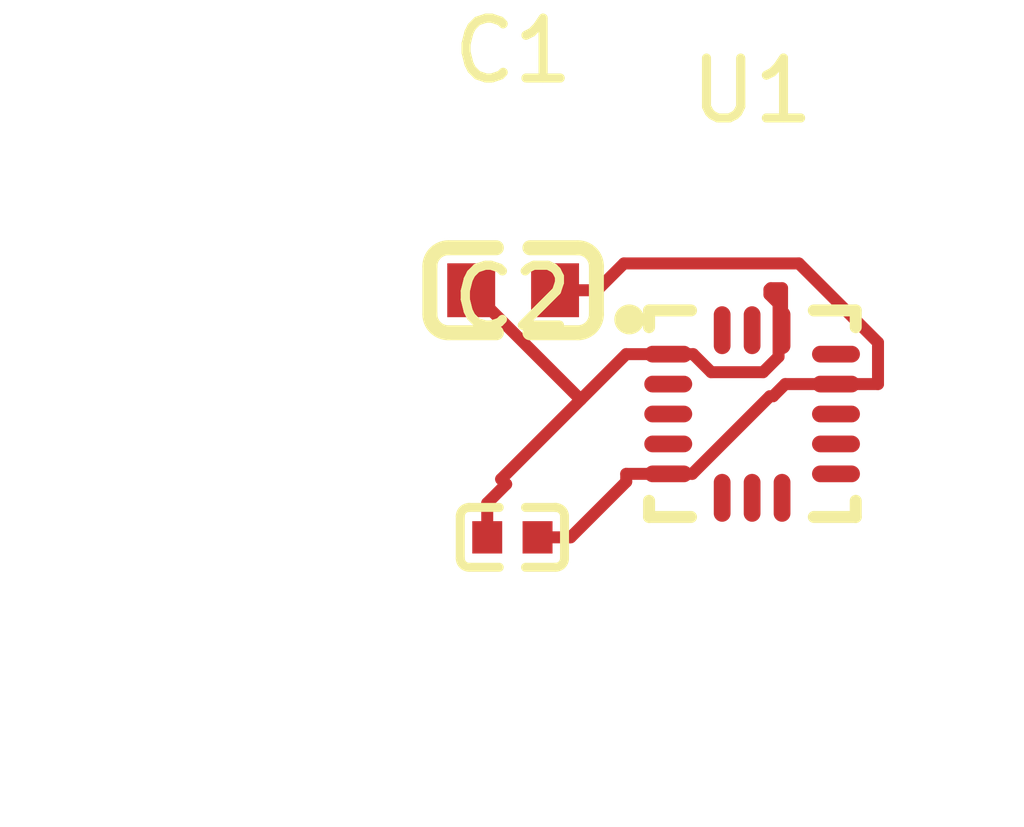
<source format=kicad_pcb>
(kicad_pcb (version 20241229) (generator "pcbnew") (generator_version "9.0")
  (layers (0 "F.Cu" signal) (2 "B.Cu" signal) (13 "F.Paste" user) (15 "B.Paste" user) (5 "F.SilkS" user "F.Silkscreen") (7 "B.SilkS" user "B.Silkscreen") (1 "F.Mask" user) (3 "B.Mask" user) (25 "Edge.Cuts" user))
  (net 0 "")
  (net 1 "i2c_scl")
  (net 2 "footprint-net-0")
  (net 3 "int2")
  (net 4 "i2c_sda")
  (net 5 "int1")
  (net 6 "ADC2")
  (net 7 "sa0")
  (net 8 "gnd")
  (net 9 "ADC1")
  (net 10 "CS")
  (net 11 "footprint-net-1")
  (net 12 "RES")
  (net 13 "ADC3")
  (net 14 "vcc")
  (footprint "Samsung_Electro_Mechanics_CL05B104KO5NNNC:C0402" (layer "F.Cu") (at 108.6747 107.5734)
    (property "Reference" "C2" (at 0 -4 0) (layer "F.SilkS"))
    (property "Value" "100nF ±10% 16V X7R")
    (fp_line (start -0.87 0.35) (end -0.87 -0.35) (stroke (width 0.15)) (layer "F.SilkS"))
    (fp_line (start -0.72 -0.5) (end -0.22 -0.5) (stroke (width 0.15)) (layer "F.SilkS"))
    (fp_line (start -0.22 0.5) (end -0.72 0.5) (stroke (width 0.15)) (layer "F.SilkS"))
    (fp_line (start 0.22 -0.5) (end 0.72 -0.5) (stroke (width 0.15)) (layer "F.SilkS"))
    (fp_line (start 0.72 0.5) (end 0.22 0.5) (stroke (width 0.15)) (layer "F.SilkS"))
    (fp_line (start 0.87 -0.35) (end 0.87 0.35) (stroke (width 0.15)) (layer "F.SilkS"))
    (fp_arc (start -0.87 -0.35) (mid -0.826066 -0.456066) (end -0.72 -0.5) (stroke (width 0.15)) (layer "F.SilkS"))
    (fp_arc (start -0.72 0.5) (mid -0.826066 0.456066) (end -0.87 0.35) (stroke (width 0.15)) (layer "F.SilkS"))
    (fp_arc (start 0.72 -0.5) (mid 0.826066 -0.456066) (end 0.87 -0.35) (stroke (width 0.15)) (layer "F.SilkS"))
    (fp_arc (start 0.87 0.35) (mid 0.826066 0.456066) (end 0.72 0.5) (stroke (width 0.15)) (layer "F.SilkS"))
    (fp_text user "${REFERENCE}" (at 0 -4 0) (layer "F.SilkS"))
    (pad "1" smd rect (at -0.42 0) (size 0.5 0.54) (layers "F.Cu" "F.Mask" "F.Paste") (net 14 "vcc"))
    (pad "2" smd rect (at 0.42 0) (size 0.5 0.54) (layers "F.Cu" "F.Mask" "F.Paste") (net 8 "gnd"))
  )
  (footprint "Samsung_Electro_Mechanics_CL10A106KP8NNNC:C0603" (layer "F.Cu") (at 108.6871 103.4461)
    (property "Reference" "C1" (at 0 -4 0) (layer "F.SilkS"))
    (property "Value" "10µF ±10% 10V X5R")
    (fp_line (start -1.39 0.4) (end -1.39 -0.4) (stroke (width 0.25)) (layer "F.SilkS"))
    (fp_line (start -0.28 -0.71) (end -1.08 -0.71) (stroke (width 0.25)) (layer "F.SilkS"))
    (fp_line (start -0.28 0.71) (end -1.08 0.71) (stroke (width 0.25)) (layer "F.SilkS"))
    (fp_line (start 0.28 -0.71) (end 1.08 -0.71) (stroke (width 0.25)) (layer "F.SilkS"))
    (fp_line (start 0.28 0.71) (end 1.08 0.71) (stroke (width 0.25)) (layer "F.SilkS"))
    (fp_line (start 1.39 -0.4) (end 1.39 0.4) (stroke (width 0.25)) (layer "F.SilkS"))
    (fp_arc (start -1.39 -0.4) (mid -1.299203 -0.619203) (end -1.08 -0.71) (stroke (width 0.25)) (layer "F.SilkS"))
    (fp_arc (start -1.08 0.71) (mid -1.299203 0.619203) (end -1.39 0.4) (stroke (width 0.25)) (layer "F.SilkS"))
    (fp_arc (start 1.08 -0.71) (mid 1.299203 -0.619203) (end 1.39 -0.4) (stroke (width 0.25)) (layer "F.SilkS"))
    (fp_arc (start 1.39 0.4) (mid 1.299203 0.619203) (end 1.08 0.71) (stroke (width 0.25)) (layer "F.SilkS"))
    (fp_text user "${REFERENCE}" (at 0 -4 0) (layer "F.SilkS"))
    (pad "1" smd rect (at -0.7 0) (size 0.8 0.9) (layers "F.Cu" "F.Mask" "F.Paste") (net 14 "vcc"))
    (pad "2" smd rect (at 0.7 0) (size 0.8 0.9) (layers "F.Cu" "F.Mask" "F.Paste") (net 8 "gnd"))
  )
  (footprint "STMicroelectronics_LIS3DHTR:LGA-16_L3.0-W3.0-P0.50-TL" (layer "F.Cu") (at 112.6765 105.5133)
    (property "Reference" "U1" (at 0 -5.4 0) (layer "F.SilkS"))
    (property "Value" "")
    (fp_line (start -1.72 -1.73) (end -1.02 -1.73) (stroke (width 0.2)) (layer "F.SilkS"))
    (fp_line (start -1.72 -1.45) (end -1.72 -1.73) (stroke (width 0.2)) (layer "F.SilkS"))
    (fp_line (start -1.72 1.45) (end -1.72 1.72) (stroke (width 0.2)) (layer "F.SilkS"))
    (fp_line (start -1.72 1.72) (end -1.02 1.72) (stroke (width 0.2)) (layer "F.SilkS"))
    (fp_line (start 1.03 -1.73) (end 1.73 -1.73) (stroke (width 0.2)) (layer "F.SilkS"))
    (fp_line (start 1.03 1.72) (end 1.73 1.72) (stroke (width 0.2)) (layer "F.SilkS"))
    (fp_line (start 1.73 -1.73) (end 1.73 -1.45) (stroke (width 0.2)) (layer "F.SilkS"))
    (fp_line (start 1.73 1.72) (end 1.73 1.45) (stroke (width 0.2)) (layer "F.SilkS"))
    (fp_arc (start -2.05 -1.58) (mid -2.05 -1.58) (end -2.05 -1.58) (stroke (width 0.25)) (layer "F.SilkS"))
    (fp_text user "${REFERENCE}" (at 0 -5.4 0) (layer "F.SilkS"))
    (pad "1" smd oval (at -1.4 -1) (size 0.8 0.28) (layers "F.Cu" "F.Mask" "F.Paste") (net 14 "vcc"))
    (pad "2" smd oval (at -1.4 -0.5) (size 0.8 0.28) (layers "F.Cu" "F.Mask" "F.Paste") (net 2 "footprint-net-0"))
    (pad "3" smd oval (at -1.4 0) (size 0.8 0.28) (layers "F.Cu" "F.Mask" "F.Paste") (net 11 "footprint-net-1"))
    (pad "4" smd oval (at -1.4 0.5) (size 0.8 0.28) (layers "F.Cu" "F.Mask" "F.Paste") (net 1 "i2c_scl"))
    (pad "5" smd oval (at -1.4 1) (size 0.8 0.28) (layers "F.Cu" "F.Mask" "F.Paste") (net 8 "gnd"))
    (pad "6" smd oval (at -0.5 1.4) (size 0.28 0.8) (layers "F.Cu" "F.Mask" "F.Paste") (net 4 "i2c_sda"))
    (pad "7" smd oval (at 0 1.4) (size 0.28 0.8) (layers "F.Cu" "F.Mask" "F.Paste") (net 7 "sa0"))
    (pad "8" smd oval (at 0.5 1.4) (size 0.28 0.8) (layers "F.Cu" "F.Mask" "F.Paste") (net 10 "CS"))
    (pad "9" smd oval (at 1.4 1) (size 0.8 0.28) (layers "F.Cu" "F.Mask" "F.Paste") (net 3 "int2"))
    (pad "10" smd oval (at 1.4 0.5) (size 0.8 0.28) (layers "F.Cu" "F.Mask" "F.Paste") (net 12 "RES"))
    (pad "11" smd oval (at 1.4 0) (size 0.8 0.28) (layers "F.Cu" "F.Mask" "F.Paste") (net 5 "int1"))
    (pad "12" smd oval (at 1.4 -0.5) (size 0.8 0.28) (layers "F.Cu" "F.Mask" "F.Paste") (net 8 "gnd"))
    (pad "13" smd oval (at 1.4 -1) (size 0.8 0.28) (layers "F.Cu" "F.Mask" "F.Paste") (net 13 "ADC3"))
    (pad "14" smd oval (at 0.5 -1.4) (size 0.28 0.8) (layers "F.Cu" "F.Mask" "F.Paste") (net 14 "vcc"))
    (pad "15" smd oval (at 0 -1.4) (size 0.28 0.8) (layers "F.Cu" "F.Mask" "F.Paste") (net 6 "ADC2"))
    (pad "16" smd oval (at -0.5 -1.4) (size 0.28 0.8) (layers "F.Cu" "F.Mask" "F.Paste") (net 9 "ADC1"))
  )
  (segment (start 109.6464 107.5734) (end 110.5748 106.645) (width 0.2) (layer "F.Cu") (net 8))
  (segment (start 113.4572 102.9984) (end 114.7782 104.3194) (width 0.2) (layer "F.Cu") (net 8))
  (segment (start 114.0765 105.0133) (end 114.7782 105.0133) (width 0.2) (layer "F.Cu") (net 8))
  (segment (start 113.0258 105.2167) (end 113.2292 105.0133) (width 0.2) (layer "F.Cu") (net 8))
  (segment (start 111.2765 106.5133) (end 111.6765 106.5133) (width 0.2) (layer "F.Cu") (net 8))
  (segment (start 110.0888 103.4461) (end 110.5365 102.9984) (width 0.2) (layer "F.Cu") (net 8))
  (segment (start 111.2765 106.5133) (end 110.5748 106.5133) (width 0.2) (layer "F.Cu") (net 8))
  (segment (start 109.0947 107.5734) (end 109.6464 107.5734) (width 0.2) (layer "F.Cu") (net 8))
  (segment (start 111.6765 106.5133) (end 112.9731 105.2167) (width 0.2) (layer "F.Cu") (net 8))
  (segment (start 110.5748 106.645) (end 110.5748 106.5133) (width 0.2) (layer "F.Cu") (net 8))
  (segment (start 114.7782 104.3194) (end 114.7782 105.0133) (width 0.2) (layer "F.Cu") (net 8))
  (segment (start 113.2292 105.0133) (end 114.0765 105.0133) (width 0.2) (layer "F.Cu") (net 8))
  (segment (start 110.5365 102.9984) (end 113.4572 102.9984) (width 0.2) (layer "F.Cu") (net 8))
  (segment (start 109.3871 103.4461) (end 110.0888 103.4461) (width 0.2) (layer "F.Cu") (net 8))
  (segment (start 112.9731 105.2167) (end 113.0258 105.2167) (width 0.2) (layer "F.Cu") (net 8))
  (segment (start 112.9654 103.5175) (end 112.9654 103.4349) (width 0.2) (layer "F.Cu") (net 14))
  (segment (start 109.8146 105.2735) (end 110.5748 104.5133) (width 0.2) (layer "F.Cu") (net 14))
  (segment (start 112.8595 104.815) (end 113.1182 104.5563) (width 0.2) (layer "F.Cu") (net 14))
  (segment (start 113.1765 104.1133) (end 113.1765 103.4116) (width 0.2) (layer "F.Cu") (net 14))
  (segment (start 113.1182 104.5563) (end 113.1182 103.6703) (width 0.2) (layer "F.Cu") (net 14))
  (segment (start 108.2547 107.0017) (end 108.5709 106.6855) (width 0.2) (layer "F.Cu") (net 14))
  (segment (start 111.2765 104.5133) (end 110.5748 104.5133) (width 0.2) (layer "F.Cu") (net 14))
  (segment (start 108.2547 107.5734) (end 108.2547 107.0017) (width 0.2) (layer "F.Cu") (net 14))
  (segment (start 109.8146 105.2735) (end 107.9871 103.4461) (width 0.2) (layer "F.Cu") (net 14))
  (segment (start 108.5709 106.6855) (end 108.4868 106.6013) (width 0.2) (layer "F.Cu") (net 14))
  (segment (start 113.1182 103.6703) (end 112.9654 103.5175) (width 0.2) (layer "F.Cu") (net 14))
  (segment (start 108.4868 106.6013) (end 109.8146 105.2735) (width 0.2) (layer "F.Cu") (net 14))
  (segment (start 112.9887 103.4116) (end 113.1765 103.4116) (width 0.2) (layer "F.Cu") (net 14))
  (segment (start 111.6918 104.5133) (end 111.9935 104.815) (width 0.2) (layer "F.Cu") (net 14))
  (segment (start 111.2765 104.5133) (end 111.6918 104.5133) (width 0.2) (layer "F.Cu") (net 14))
  (segment (start 111.9935 104.815) (end 112.8595 104.815) (width 0.2) (layer "F.Cu") (net 14))
  (segment (start 112.9654 103.4349) (end 112.9887 103.4116) (width 0.2) (layer "F.Cu") (net 14))
)
</source>
